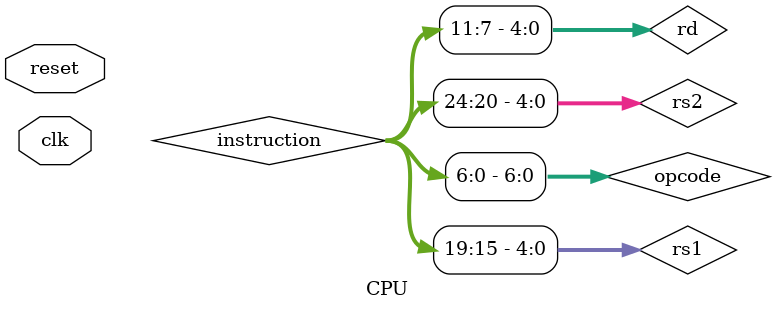
<source format=v>
`timescale 1ns / 1ps


module CPU(
    input  wire clk,
    input  wire reset
);
    // ==== Wires & Regs ====
    wire [31:0] pc;
    wire [31:0] instruction;
    wire [6:0]  opcode;
    wire [2:0]  funct3;
    wire [6:0]  funct7;
    wire [4:0]  rs1, rs2, rd;
    wire [31:0] read_data1, read_data2;
    wire [31:0] imm_ext;
    wire [2:0]  imm_sel;           // selects I/S/B/U/J
    wire [3:0]  alu_op;
    wire [31:0] alu_operand2;
    wire [31:0] alu_result;
    wire        zero_flag;         // from ALU (high when branch condition true)
    wire        reg_write;
    wire        mem_read;
    wire        mem_write;
    wire        alu_src;
    wire        mem_to_reg;
    wire        branch;

    // ==== 1. Program Counter ====
    wire [31:0] pc_plus4 = pc + 32'd4;

    // We will compute the branch target as pc_plus4 + imm_ext
    wire [31:0] branch_target = pc_plus4 + imm_ext;

    // pc_src should be high only if (branch == 1) AND (zero_flag == 1)
    wire pc_src = branch & zero_flag;

    program_counter PC_inst (
        .clk        (clk),
        .reset      (reset),
        .pc_src     (pc_src),
        .branch_addr(branch_target),
        .pc_out     (pc)
    );

    // ==== 2. Instruction Memory ====
    instruction_memory IM_inst (
        .addr        (pc),
        .instruction (instruction)
    );

    // ==== 3. Instruction Decode ====
    assign opcode = instruction[6:0];
    assign rd     = instruction[11:7];
    assign funct3 = instruction[14:12];
    assign rs1    = instruction[19:15];
    assign rs2    = instruction[24:20];
    assign funct7 = instruction[31:25];

    // ==== 4. Control Unit ====
    control_unit CU_inst (
        .opcode    (opcode),
        .funct3    (funct3),
        .funct7    (funct7),
        .alu_op    (alu_op),
        .reg_write (reg_write),
        .mem_read  (mem_read),
        .mem_write (mem_write),
        .alu_src   (alu_src),
        .branch    (branch),
        .mem_to_reg(mem_to_reg)
    );

    // ==== 5. Register File ====
    reg_file RF_inst (
        .clk         (clk),
        .reset       (reset),
        .read_reg1   (rs1),
        .read_reg2   (rs2),
        .write_reg   (rd),
        .write_data  ((mem_to_reg) ? mem_read_data : alu_result),
        .reg_write   (reg_write),
        .read_data1  (read_data1),
        .read_data2  (read_data2)
    );

    // ==== 6. Immediate Generator ====
    // Decide imm_sel (I=0, S=1, B=2, U=3, J=4)
    // This always_comb can be extended for JAL, JALR, LUI, AUIPC if needed.
    reg [2:0] imm_type_sel;
    always @(*) begin
        case (opcode)
            7'b0010011: imm_type_sel = 3'd0; // I-arith (ADDI, ANDI, …)
            7'b0000011: imm_type_sel = 3'd0; // I-load    (LW)
            7'b0100011: imm_type_sel = 3'd1; // S-store   (SW)
            7'b1100011: imm_type_sel = 3'd2; // B-branch  (BEQ, BNE, …)
            // If you add LUI (0110111) or AUIPC (0010111): imm_type_sel = 3'd3
            // If you add JAL  (1101111):           imm_type_sel = 3'd4
            default:      imm_type_sel = 3'd0; 
        endcase
    end

    sign_extender SE_inst (
        .instruction(instruction),
        .imm_type   (imm_type_sel),
        .imm_out    (imm_ext)
    );

    // ==== 7. ALU Operand MUX ====
    assign alu_operand2 = (alu_src) ? imm_ext : read_data2;

    // ==== 8. ALU ====
    arithmetic_logic_unit ALU_inst (
        .operand1   (read_data1),
        .operand2   (alu_operand2),
        .alu_op     (alu_op),
        .result     (alu_result),
        .zeroflag   (zero_flag)
    );

    // ==== 9. Data Memory ====
    //wire [31:0] mem_read_data;
    data_memory DM_inst (
        .clk        (clk),
        .mem_read   (mem_read),
        .mem_write  (mem_write),
        .addr       (alu_result),
        .write_data (read_data2),
        .read_data  (mem_read_data)
    );

    // ==== 10. Write-back MUX ====
    // (Already integrated into the RF instantiation's write_data port)

endmodule


</source>
